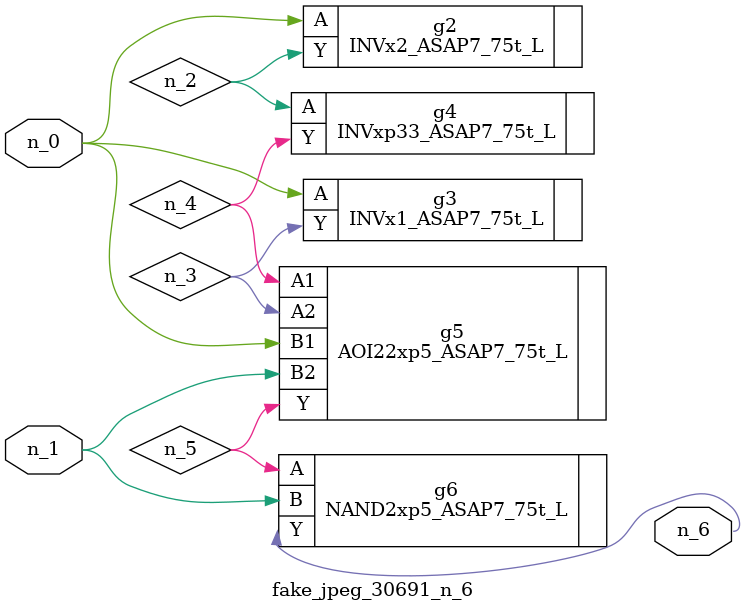
<source format=v>
module fake_jpeg_30691_n_6 (n_0, n_1, n_6);

input n_0;
input n_1;

output n_6;

wire n_3;
wire n_2;
wire n_4;
wire n_5;

INVx2_ASAP7_75t_L g2 ( 
.A(n_0),
.Y(n_2)
);

INVx1_ASAP7_75t_L g3 ( 
.A(n_0),
.Y(n_3)
);

INVxp33_ASAP7_75t_L g4 ( 
.A(n_2),
.Y(n_4)
);

AOI22xp5_ASAP7_75t_L g5 ( 
.A1(n_4),
.A2(n_3),
.B1(n_0),
.B2(n_1),
.Y(n_5)
);

NAND2xp5_ASAP7_75t_L g6 ( 
.A(n_5),
.B(n_1),
.Y(n_6)
);


endmodule
</source>
